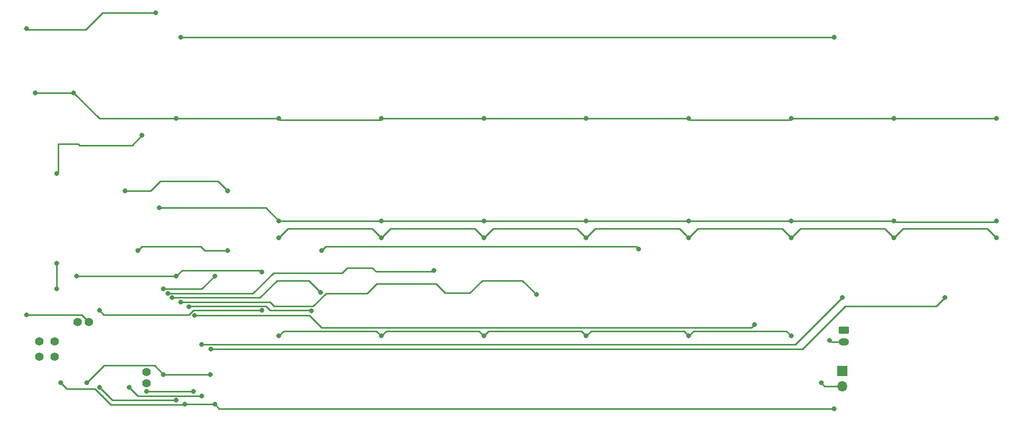
<source format=gbr>
%TF.GenerationSoftware,KiCad,Pcbnew,(6.0.4-0)*%
%TF.CreationDate,2023-01-08T13:58:21-06:00*%
%TF.ProjectId,bancouver40_cfx,62616e63-6f75-4766-9572-34305f636678,rev?*%
%TF.SameCoordinates,Original*%
%TF.FileFunction,Copper,L1,Top*%
%TF.FilePolarity,Positive*%
%FSLAX46Y46*%
G04 Gerber Fmt 4.6, Leading zero omitted, Abs format (unit mm)*
G04 Created by KiCad (PCBNEW (6.0.4-0)) date 2023-01-08 13:58:21*
%MOMM*%
%LPD*%
G01*
G04 APERTURE LIST*
G04 Aperture macros list*
%AMRoundRect*
0 Rectangle with rounded corners*
0 $1 Rounding radius*
0 $2 $3 $4 $5 $6 $7 $8 $9 X,Y pos of 4 corners*
0 Add a 4 corners polygon primitive as box body*
4,1,4,$2,$3,$4,$5,$6,$7,$8,$9,$2,$3,0*
0 Add four circle primitives for the rounded corners*
1,1,$1+$1,$2,$3*
1,1,$1+$1,$4,$5*
1,1,$1+$1,$6,$7*
1,1,$1+$1,$8,$9*
0 Add four rect primitives between the rounded corners*
20,1,$1+$1,$2,$3,$4,$5,0*
20,1,$1+$1,$4,$5,$6,$7,0*
20,1,$1+$1,$6,$7,$8,$9,0*
20,1,$1+$1,$8,$9,$2,$3,0*%
G04 Aperture macros list end*
%TA.AperFunction,ComponentPad*%
%ADD10R,1.700000X1.700000*%
%TD*%
%TA.AperFunction,ComponentPad*%
%ADD11O,1.700000X1.700000*%
%TD*%
%TA.AperFunction,ComponentPad*%
%ADD12C,1.397000*%
%TD*%
%TA.AperFunction,ComponentPad*%
%ADD13RoundRect,0.250000X-0.625000X0.350000X-0.625000X-0.350000X0.625000X-0.350000X0.625000X0.350000X0*%
%TD*%
%TA.AperFunction,ComponentPad*%
%ADD14O,1.750000X1.200000*%
%TD*%
%TA.AperFunction,ViaPad*%
%ADD15C,0.800000*%
%TD*%
%TA.AperFunction,Conductor*%
%ADD16C,0.250000*%
%TD*%
G04 APERTURE END LIST*
D10*
%TO.P,J2,1,Pin_1*%
%TO.N,gnd*%
X210374901Y-75933297D03*
D11*
%TO.P,J2,2,Pin_2*%
%TO.N,vbat*%
X210374901Y-78473297D03*
%TD*%
D12*
%TO.P,U1,15,A31_SWDIO*%
%TO.N,unconnected-(U1-Pad15)*%
X77136293Y-70979966D03*
%TO.P,U1,16,A30_SWCLK*%
%TO.N,unconnected-(U1-Pad16)*%
X77136293Y-73519966D03*
%TO.P,U1,17,RESET*%
%TO.N,reset*%
X79676293Y-70979966D03*
%TO.P,U1,18,GND*%
%TO.N,unconnected-(U1-Pad18)*%
X79676293Y-73519966D03*
%TO.P,U1,19,BAT*%
%TO.N,bat+*%
X85391293Y-67804966D03*
%TO.P,U1,20,GND*%
%TO.N,gnd*%
X83486293Y-67804966D03*
%TO.P,U1,21,NFC1/0.09_H*%
%TO.N,unconnected-(U1-Pad21)*%
X94916293Y-76059966D03*
%TO.P,U1,22,NFC2/0.10_H*%
%TO.N,unconnected-(U1-Pad22)*%
X94916293Y-77964966D03*
%TD*%
D13*
%TO.P,J1,1,Pin_1*%
%TO.N,gnd*%
X210600000Y-69124967D03*
D14*
%TO.P,J1,2,Pin_2*%
%TO.N,vbat*%
X210600000Y-71124967D03*
%TD*%
D15*
%TO.N,row1*%
X167874921Y-33999984D03*
X99874953Y-33999984D03*
X235874889Y-33999984D03*
X133874937Y-33999984D03*
X76499964Y-29749986D03*
X218874897Y-33999984D03*
X150874929Y-33999984D03*
X116874945Y-33999984D03*
X82874961Y-29749986D03*
X201874905Y-33999984D03*
X184874913Y-33999984D03*
%TO.N,row2*%
X201874905Y-50999976D03*
X94208289Y-36833316D03*
X167874921Y-50999976D03*
X235874889Y-50999976D03*
X80041629Y-58083306D03*
X97041621Y-48874977D03*
X80041629Y-43208313D03*
X80041629Y-62333304D03*
X184874913Y-50999976D03*
X150874929Y-50999976D03*
X133874937Y-50999976D03*
X116874945Y-50999976D03*
X218874897Y-50999976D03*
%TO.N,row3*%
X83375459Y-60208305D03*
X99874953Y-60208305D03*
X218874897Y-53833308D03*
X235874889Y-53833308D03*
X133874937Y-53833308D03*
X184874913Y-53833308D03*
X150874929Y-53833308D03*
X201874905Y-53833308D03*
X114041613Y-59499972D03*
X167874921Y-53833308D03*
X116874945Y-53833308D03*
%TO.N,row4*%
X114041613Y-65874969D03*
X116874945Y-70124967D03*
X133874937Y-70124967D03*
X201874905Y-70124967D03*
X150874929Y-70124967D03*
X184874913Y-70124967D03*
X87124959Y-65874969D03*
X167874921Y-70124967D03*
%TO.N,col2*%
X93499956Y-55958307D03*
X108374949Y-55958307D03*
X91374957Y-46041645D03*
X108374949Y-46041645D03*
%TO.N,col3*%
X106249950Y-60208305D03*
X97749954Y-62333304D03*
%TO.N,col4*%
X99166620Y-63782304D03*
X123820774Y-62904136D03*
%TO.N,col5*%
X142599929Y-59274976D03*
X98458287Y-63057804D03*
%TO.N,col6*%
X159599921Y-63266633D03*
X100583286Y-64506804D03*
%TO.N,col7*%
X176599913Y-55733311D03*
X123958275Y-55958307D03*
X101999952Y-65231304D03*
X122275920Y-65923994D03*
%TO.N,col8*%
X102866418Y-66741435D03*
X195749430Y-68249490D03*
%TO.N,col9*%
X104124951Y-71541633D03*
X210374901Y-63749970D03*
%TO.N,col10*%
X105622903Y-72266133D03*
X227374893Y-63749970D03*
%TO.N,gnd*%
X101291619Y-81458295D03*
X80699304Y-77865972D03*
X208958235Y-82166628D03*
X106249950Y-81458295D03*
%TO.N,vbat*%
X208233735Y-70833300D03*
X100583286Y-20541657D03*
X206833236Y-77916630D03*
X208958235Y-20541657D03*
%TO.N,bat+*%
X75083298Y-19124991D03*
X96451966Y-16455265D03*
X75083298Y-66583302D03*
%TO.N,vcc*%
X84999960Y-77916630D03*
X97749954Y-76499964D03*
X105541617Y-76499964D03*
%TO.N,sck*%
X104124951Y-80041629D03*
X92083290Y-78624963D03*
%TO.N,io_cs*%
X102708285Y-79333296D03*
X94916622Y-79333296D03*
%TO.N,mosi*%
X87124959Y-78624963D03*
X99874953Y-80782307D03*
%TD*%
D16*
%TO.N,row1*%
X218874897Y-33999984D02*
X201874905Y-33999984D01*
X133874937Y-33999984D02*
X133625415Y-34249506D01*
X99874953Y-33999984D02*
X87124959Y-33999984D01*
X133625415Y-34249506D02*
X117124467Y-34249506D01*
X167874921Y-33999984D02*
X150874929Y-33999984D01*
X150874929Y-33999984D02*
X133874937Y-33999984D01*
X235874889Y-33999984D02*
X218874897Y-33999984D01*
X116874945Y-33999984D02*
X99874953Y-33999984D01*
X117124467Y-34249506D02*
X116874945Y-33999984D01*
X184874913Y-33999984D02*
X167874921Y-33999984D01*
X76499964Y-29749986D02*
X82874961Y-29749986D01*
X185124435Y-34249506D02*
X184874913Y-33999984D01*
X201874905Y-33999984D02*
X201625383Y-34249506D01*
X87124959Y-33999984D02*
X82874961Y-29749986D01*
X201625383Y-34249506D02*
X185124435Y-34249506D01*
%TO.N,row2*%
X80041629Y-58083306D02*
X80041629Y-62333304D01*
X92542103Y-38499502D02*
X83832814Y-38499502D01*
X150874929Y-50999976D02*
X133874937Y-50999976D01*
X83583294Y-38249982D02*
X80324461Y-38249982D01*
X83832814Y-38499502D02*
X83583294Y-38249982D01*
X116874945Y-50999976D02*
X114749946Y-48874977D01*
X219124419Y-51249498D02*
X218874897Y-50999976D01*
X80324461Y-38249982D02*
X80324461Y-42925481D01*
X94208289Y-36833316D02*
X92542103Y-38499502D01*
X218874897Y-50999976D02*
X201874905Y-50999976D01*
X235625367Y-51249498D02*
X219124419Y-51249498D01*
X235874889Y-50999976D02*
X235625367Y-51249498D01*
X80324461Y-42925481D02*
X80041629Y-43208313D01*
X184874913Y-50999976D02*
X167874921Y-50999976D01*
X114749946Y-48874977D02*
X97041621Y-48874977D01*
X201874905Y-50999976D02*
X184874913Y-50999976D01*
X133874937Y-50999976D02*
X116874945Y-50999976D01*
X167874921Y-50999976D02*
X150874929Y-50999976D01*
%TO.N,row3*%
X166346765Y-52305152D02*
X167874921Y-53833308D01*
X234346733Y-52305152D02*
X235874889Y-53833308D01*
X113792093Y-59250452D02*
X114041613Y-59499972D01*
X201874905Y-53833308D02*
X203403061Y-52305152D01*
X218874897Y-53833308D02*
X220403053Y-52305152D01*
X100832806Y-59250452D02*
X113792093Y-59250452D01*
X132346781Y-52305152D02*
X133874937Y-53833308D01*
X217346741Y-52305152D02*
X218874897Y-53833308D01*
X167874921Y-53833308D02*
X169403077Y-52305152D01*
X135403093Y-52305152D02*
X149346773Y-52305152D01*
X83375459Y-60208305D02*
X99874953Y-60208305D01*
X118403101Y-52305152D02*
X132346781Y-52305152D01*
X203403061Y-52305152D02*
X217346741Y-52305152D01*
X183346757Y-52305152D02*
X184874913Y-53833308D01*
X99874953Y-60208305D02*
X100832806Y-59250452D01*
X186403069Y-52305152D02*
X200346749Y-52305152D01*
X169403077Y-52305152D02*
X183346757Y-52305152D01*
X116874945Y-53833308D02*
X118403101Y-52305152D01*
X220403053Y-52305152D02*
X234346733Y-52305152D01*
X133874937Y-53833308D02*
X135403093Y-52305152D01*
X150874929Y-53833308D02*
X152403085Y-52305152D01*
X184874913Y-53833308D02*
X186403069Y-52305152D01*
X200346749Y-52305152D02*
X201874905Y-53833308D01*
X149346773Y-52305152D02*
X150874929Y-53833308D01*
X152403085Y-52305152D02*
X166346765Y-52305152D01*
%TO.N,row4*%
X168694744Y-69305144D02*
X184055090Y-69305144D01*
X167874921Y-70124967D02*
X168694744Y-69305144D01*
X134694760Y-69305144D02*
X150055106Y-69305144D01*
X184874913Y-70124967D02*
X185694736Y-69305144D01*
X116874945Y-70124967D02*
X117694768Y-69305144D01*
X167055098Y-69305144D02*
X167874921Y-70124967D01*
X150874929Y-70124967D02*
X151694752Y-69305144D01*
X133874937Y-70124967D02*
X134694760Y-69305144D01*
X201055082Y-69305144D02*
X201874905Y-70124967D01*
X185694736Y-69305144D02*
X201055082Y-69305144D01*
X87833292Y-66583302D02*
X87124959Y-65874969D01*
X184055090Y-69305144D02*
X184874913Y-70124967D01*
X117694768Y-69305144D02*
X133055114Y-69305144D01*
X114041613Y-65874969D02*
X102708285Y-65874969D01*
X150055106Y-69305144D02*
X150874929Y-70124967D01*
X151694752Y-69305144D02*
X167055098Y-69305144D01*
X101999952Y-66583302D02*
X87833292Y-66583302D01*
X102708285Y-65874969D02*
X101999952Y-66583302D01*
X133055114Y-69305144D02*
X133874937Y-70124967D01*
%TO.N,col2*%
X95609263Y-46041645D02*
X91374957Y-46041645D01*
X94172311Y-55285952D02*
X103884959Y-55285952D01*
X97200448Y-44450460D02*
X95609263Y-46041645D01*
X93499956Y-55958307D02*
X94172311Y-55285952D01*
X108374949Y-46041645D02*
X106783764Y-44450460D01*
X104557313Y-55958307D02*
X108374949Y-55958307D01*
X106783764Y-44450460D02*
X97200448Y-44450460D01*
X103884959Y-55285952D02*
X104557313Y-55958307D01*
%TO.N,col3*%
X97749954Y-62333304D02*
X104124951Y-62333304D01*
X104124951Y-62333304D02*
X106249950Y-60208305D01*
%TO.N,col4*%
X116632306Y-60916638D02*
X121833276Y-60916638D01*
X113766640Y-63782304D02*
X116632306Y-60916638D01*
X99166620Y-63782304D02*
X113766640Y-63782304D01*
X121833276Y-60916638D02*
X123820774Y-62904136D01*
%TO.N,col5*%
X128208273Y-58791639D02*
X132337280Y-58791639D01*
X132337280Y-58791639D02*
X133009635Y-59463994D01*
X112593088Y-63057804D02*
X116009643Y-59641249D01*
X98458287Y-63057804D02*
X112593088Y-63057804D01*
X116009643Y-59641249D02*
X127358663Y-59641249D01*
X127358663Y-59641249D02*
X128208273Y-58791639D01*
X133009635Y-59463994D02*
X142410911Y-59463994D01*
X142410911Y-59463994D02*
X142599929Y-59274976D01*
%TO.N,col6*%
X148549434Y-62999494D02*
X150632290Y-60916638D01*
X150632290Y-60916638D02*
X157249926Y-60916638D01*
X131507299Y-63041637D02*
X133098484Y-61450452D01*
X124707887Y-63041637D02*
X131507299Y-63041637D01*
X115405802Y-64506804D02*
X116098492Y-65199494D01*
X116098492Y-65199494D02*
X122550030Y-65199494D01*
X100583286Y-64506804D02*
X115405802Y-64506804D01*
X142908747Y-61450452D02*
X144457789Y-62999494D01*
X157249926Y-60916638D02*
X159599921Y-63266633D01*
X133098484Y-61450452D02*
X142908747Y-61450452D01*
X122550030Y-65199494D02*
X124707887Y-63041637D01*
X144457789Y-62999494D02*
X148549434Y-62999494D01*
%TO.N,col7*%
X116166612Y-65874969D02*
X122226895Y-65874969D01*
X124630630Y-55285952D02*
X176152554Y-55285952D01*
X114733768Y-65150458D02*
X115458279Y-65874969D01*
X115458279Y-65874969D02*
X116166612Y-65874969D01*
X101999952Y-65231304D02*
X102080798Y-65150458D01*
X122226895Y-65874969D02*
X122275920Y-65923994D01*
X102080798Y-65150458D02*
X114733768Y-65150458D01*
X123958275Y-55958307D02*
X124630630Y-55285952D01*
X176152554Y-55285952D02*
X176599913Y-55733311D01*
%TO.N,col8*%
X102866418Y-66741435D02*
X121991409Y-66741435D01*
X195290619Y-68708301D02*
X195749430Y-68249490D01*
X121991409Y-66741435D02*
X123958275Y-68708301D01*
X123958275Y-68708301D02*
X195290619Y-68708301D01*
%TO.N,col9*%
X202583238Y-71541633D02*
X210374901Y-63749970D01*
X104124951Y-71541633D02*
X202583238Y-71541633D01*
%TO.N,col10*%
X105622903Y-72266133D02*
X203773623Y-72266133D01*
X203773623Y-72266133D02*
X210840262Y-65199494D01*
X225925369Y-65199494D02*
X227374893Y-63749970D01*
X210840262Y-65199494D02*
X225925369Y-65199494D01*
%TO.N,gnd*%
X106991141Y-82199486D02*
X208925377Y-82199486D01*
X101291619Y-81458295D02*
X106249950Y-81458295D01*
X106249950Y-81458295D02*
X106991141Y-82199486D01*
X86400448Y-78925066D02*
X88982200Y-81506818D01*
X101243096Y-81506818D02*
X101291619Y-81458295D01*
X88982200Y-81506818D02*
X101243096Y-81506818D01*
X208925377Y-82199486D02*
X208958235Y-82166628D01*
X80699304Y-77865972D02*
X81758398Y-78925066D01*
X81758398Y-78925066D02*
X86400448Y-78925066D01*
%TO.N,vbat*%
X206833236Y-77916630D02*
X207389903Y-78473297D01*
X207389903Y-78473297D02*
X210374901Y-78473297D01*
X208525402Y-71124967D02*
X208233735Y-70833300D01*
X210600000Y-71124967D02*
X208525402Y-71124967D01*
X100583286Y-20541657D02*
X208958235Y-20541657D01*
%TO.N,bat+*%
X87669686Y-16455265D02*
X96451966Y-16455265D01*
X84169629Y-66583302D02*
X75083298Y-66583302D01*
X75083298Y-19124991D02*
X75257817Y-19299510D01*
X84825441Y-19299510D02*
X87669686Y-16455265D01*
X85391293Y-67804966D02*
X84169629Y-66583302D01*
X75257817Y-19299510D02*
X84825441Y-19299510D01*
%TO.N,vcc*%
X84999960Y-77916630D02*
X87879635Y-75036955D01*
X87879635Y-75036955D02*
X96286945Y-75036955D01*
X96286945Y-75036955D02*
X97749954Y-76499964D01*
X97749954Y-76499964D02*
X105541617Y-76499964D01*
%TO.N,sck*%
X93516134Y-80057807D02*
X104108773Y-80057807D01*
X92083290Y-78624963D02*
X93516134Y-80057807D01*
X104108773Y-80057807D02*
X104124951Y-80041629D01*
%TO.N,io_cs*%
X94916622Y-79333296D02*
X102708285Y-79333296D01*
%TO.N,mosi*%
X89282303Y-80782307D02*
X87124959Y-78624963D01*
X99874953Y-80782307D02*
X89282303Y-80782307D01*
%TD*%
M02*

</source>
